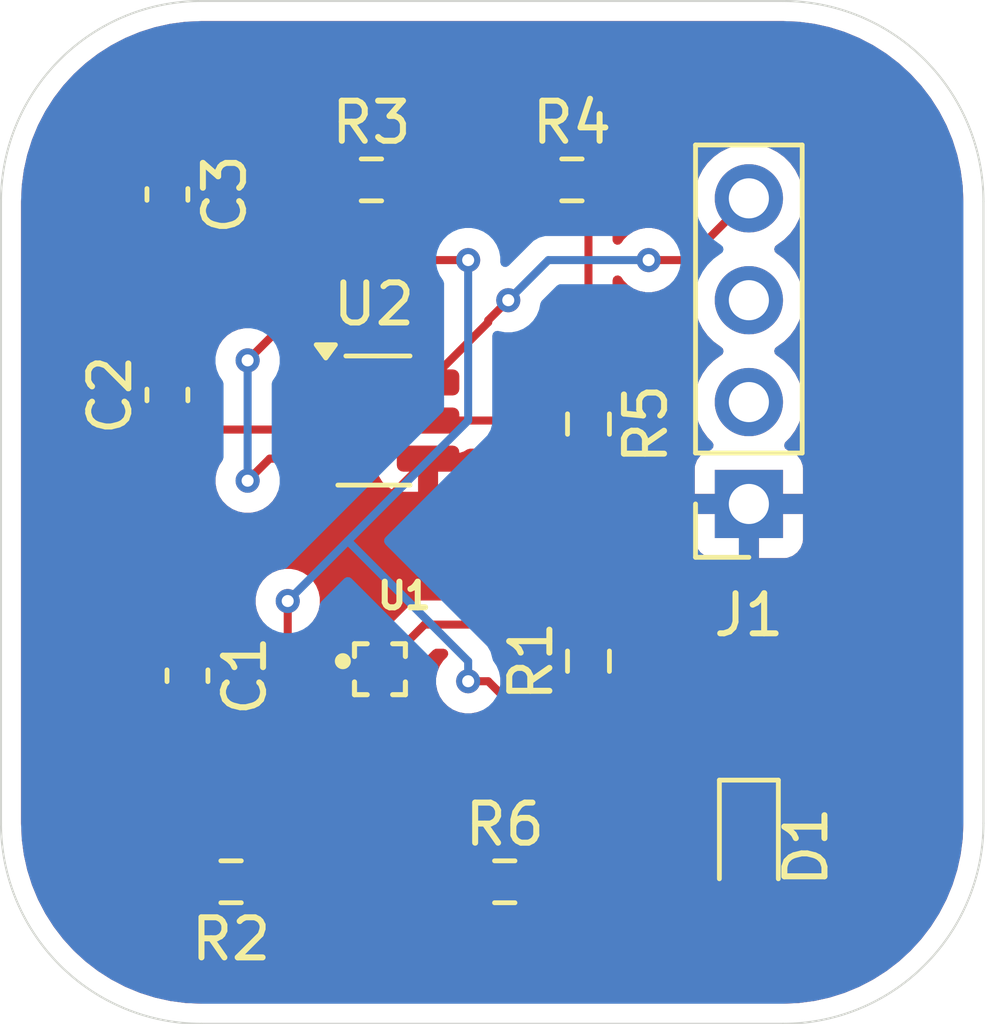
<source format=kicad_pcb>
(kicad_pcb (version 20241229) (generator "pcbnew") (generator_version "9.0")
  (layers (0 "F.Cu" signal) (2 "B.Cu" signal) (13 "F.Paste" user) (15 "B.Paste" user) (5 "F.SilkS" user "F.Silkscreen") (7 "B.SilkS" user "B.Silkscreen") (1 "F.Mask" user) (3 "B.Mask" user) (25 "Edge.Cuts" user))
  (net 0 "")
  (net 1 "+3V3")
  (net 2 "GND")
  (net 3 "VCC")
  (net 4 "Net-(D1-A)")
  (net 7 "Net-(U1-SCL)")
  (net 8 "Net-(U1-SDA)")
  (net 9 "Net-(U2-ERR)")
  (net 10 "Net-(U2-FB)")
  (footprint "Resistor_SMD:R_0603_1608Metric_Pad0.98x0.95mm_HandSolder" (layer "F.Cu") (at 170.5875 61.46)
    (property "Reference" "R3" (at 0 -1.43 0) (layer "F.SilkS"))
    (property "Value" "330k")
    (fp_line (start -0.254724 -0.5225) (end 0.254724 -0.5225) (stroke (width 0.12)) (layer "F.SilkS"))
    (fp_line (start -0.254724 0.5225) (end 0.254724 0.5225) (stroke (width 0.12)) (layer "F.SilkS"))
    (pad "1" smd roundrect (at -0.9125 0) (size 0.975 0.95) (layers "F.Cu" "F.Mask" "F.Paste") (net 9 "Net-(U2-ERR)"))
    (pad "2" smd roundrect (at 0.9125 0) (size 0.975 0.95) (layers "F.Cu" "F.Mask" "F.Paste") (net 1 "+3V3"))
  )
  (footprint "Resistor_SMD:R_0603_1608Metric_Pad0.98x0.95mm_HandSolder" (layer "F.Cu") (at 176 67.5475 -90)
    (property "Reference" "R5" (at 0 -1.43 90) (layer "F.SilkS"))
    (property "Value" "365k")
    (fp_line (start -0.254724 0.5225) (end 0.254724 0.5225) (stroke (width 0.12)) (layer "F.SilkS"))
    (fp_line (start -0.254724 -0.5225) (end 0.254724 -0.5225) (stroke (width 0.12)) (layer "F.SilkS"))
    (pad "1" smd roundrect (at -0.9125 0 270) (size 0.975 0.95) (layers "F.Cu" "F.Mask" "F.Paste") (net 10 "Net-(U2-FB)"))
    (pad "2" smd roundrect (at 0.9125 0 270) (size 0.975 0.95) (layers "F.Cu" "F.Mask" "F.Paste") (net 2 "GND"))
  )
  (footprint "Resistor_SMD:R_0603_1608Metric_Pad0.98x0.95mm_HandSolder" (layer "F.Cu") (at 176 73.46 90)
    (property "Reference" "R1" (at 0 -1.43 90) (layer "F.SilkS"))
    (property "Value" "2.7K")
    (fp_line (start -0.254724 -0.5225) (end 0.254724 -0.5225) (stroke (width 0.12)) (layer "F.SilkS"))
    (fp_line (start -0.254724 0.5225) (end 0.254724 0.5225) (stroke (width 0.12)) (layer "F.SilkS"))
    (pad "1" smd roundrect (at -0.9125 0 90) (size 0.975 0.95) (layers "F.Cu" "F.Mask" "F.Paste") (net 1 "+3V3"))
    (pad "2" smd roundrect (at 0.9125 0 90) (size 0.975 0.95) (layers "F.Cu" "F.Mask" "F.Paste") (net 7 "Net-(U1-SCL)"))
  )
  (footprint "Resistor_SMD:R_0603_1608Metric_Pad0.98x0.95mm_HandSolder" (layer "F.Cu") (at 173.9125 78.96)
    (property "Reference" "R6" (at 0 -1.43 0) (layer "F.SilkS"))
    (property "Value" "220")
    (fp_line (start -0.254724 -0.5225) (end 0.254724 -0.5225) (stroke (width 0.12)) (layer "F.SilkS"))
    (fp_line (start -0.254724 0.5225) (end 0.254724 0.5225) (stroke (width 0.12)) (layer "F.SilkS"))
    (pad "1" smd roundrect (at -0.9125 0) (size 0.975 0.95) (layers "F.Cu" "F.Mask" "F.Paste") (net 1 "+3V3"))
    (pad "2" smd roundrect (at 0.9125 0) (size 0.975 0.95) (layers "F.Cu" "F.Mask" "F.Paste") (net 4 "Net-(D1-A)"))
  )
  (footprint "Capacitor_SMD:C_0603_1608Metric_Pad1.08x0.95mm_HandSolder" (layer "F.Cu") (at 165.5 66.8225 90)
    (property "Reference" "C2" (at 0 -1.43 90) (layer "F.SilkS"))
    (property "Value" "0.47 uF")
    (fp_line (start -0.146267 -0.51) (end 0.146267 -0.51) (stroke (width 0.12)) (layer "F.SilkS"))
    (fp_line (start -0.146267 0.51) (end 0.146267 0.51) (stroke (width 0.12)) (layer "F.SilkS"))
    (pad "1" smd roundrect (at -0.8625 0 90) (size 1.075 0.95) (layers "F.Cu" "F.Mask" "F.Paste") (net 3 "VCC"))
    (pad "2" smd roundrect (at 0.8625 0 90) (size 1.075 0.95) (layers "F.Cu" "F.Mask" "F.Paste") (net 2 "GND"))
  )
  (footprint "Connector_PinSocket_2.54mm:PinSocket_1x04_P2.54mm_Vertical" (layer "F.Cu") (at 180 69.54 180)
    (property "Reference" "J1" (at 0 -2.77 0) (layer "F.SilkS"))
    (property "Value" "Conn_01x04_Pin")
    (fp_line (start 1.33 1.27) (end 1.33 8.95) (stroke (width 0.12)) (layer "F.SilkS"))
    (fp_line (start 1.33 -1.33) (end 1.33 0) (stroke (width 0.12)) (layer "F.SilkS"))
    (fp_line (start 0 -1.33) (end 1.33 -1.33) (stroke (width 0.12)) (layer "F.SilkS"))
    (fp_line (start -1.33 8.95) (end 1.33 8.95) (stroke (width 0.12)) (layer "F.SilkS"))
    (fp_line (start -1.33 1.27) (end 1.33 1.27) (stroke (width 0.12)) (layer "F.SilkS"))
    (fp_line (start -1.33 1.27) (end -1.33 8.95) (stroke (width 0.12)) (layer "F.SilkS"))
    (pad "1" thru_hole rect (at 0 0 180) (size 1.7 1.7) (drill 1) (layers "*.Cu" "*.Mask") (net 2 "GND"))
    (pad "2" thru_hole circle (at 0 2.54 180) (size 1.7 1.7) (drill 1) (layers "*.Cu" "*.Mask"))
    (pad "3" thru_hole circle (at 0 5.08 180) (size 1.7 1.7) (drill 1) (layers "*.Cu" "*.Mask"))
    (pad "4" thru_hole circle (at 0 7.62 180) (size 1.7 1.7) (drill 1) (layers "*.Cu" "*.Mask") (net 3 "VCC"))
  )
  (footprint "Resistor_SMD:R_0603_1608Metric_Pad0.98x0.95mm_HandSolder" (layer "F.Cu") (at 175.5875 61.46)
    (property "Reference" "R4" (at 0 -1.43 0) (layer "F.SilkS"))
    (property "Value" "634k")
    (fp_line (start -0.254724 -0.5225) (end 0.254724 -0.5225) (stroke (width 0.12)) (layer "F.SilkS"))
    (fp_line (start -0.254724 0.5225) (end 0.254724 0.5225) (stroke (width 0.12)) (layer "F.SilkS"))
    (pad "1" smd roundrect (at -0.9125 0) (size 0.975 0.95) (layers "F.Cu" "F.Mask" "F.Paste") (net 1 "+3V3"))
    (pad "2" smd roundrect (at 0.9125 0) (size 0.975 0.95) (layers "F.Cu" "F.Mask" "F.Paste") (net 10 "Net-(U2-FB)"))
  )
  (footprint "LED_SMD:LED_0603_1608Metric_Pad1.05x0.95mm_HandSolder" (layer "F.Cu") (at 180 78.085 -90)
    (property "Reference" "D1" (at 0 -1.43 90) (layer "F.SilkS"))
    (property "Value" "LED")
    (fp_line (start -1.66 0.735) (end 0.8 0.735) (stroke (width 0.12)) (layer "F.SilkS"))
    (fp_line (start -1.66 -0.735) (end -1.66 0.735) (stroke (width 0.12)) (layer "F.SilkS"))
    (fp_line (start 0.8 -0.735) (end -1.66 -0.735) (stroke (width 0.12)) (layer "F.SilkS"))
    (pad "1" smd roundrect (at -0.875 0 270) (size 1.05 0.95) (layers "F.Cu" "F.Mask" "F.Paste") (net 2 "GND"))
    (pad "2" smd roundrect (at 0.875 0 270) (size 1.05 0.95) (layers "F.Cu" "F.Mask" "F.Paste") (net 4 "Net-(D1-A)"))
  )
  (footprint "Resistor_SMD:R_0603_1608Metric_Pad0.98x0.95mm_HandSolder" (layer "F.Cu") (at 167.0875 78.96 180)
    (property "Reference" "R2" (at 0 -1.43 0) (layer "F.SilkS"))
    (property "Value" "2.7K")
    (fp_line (start -0.254724 0.5225) (end 0.254724 0.5225) (stroke (width 0.12)) (layer "F.SilkS"))
    (fp_line (start -0.254724 -0.5225) (end 0.254724 -0.5225) (stroke (width 0.12)) (layer "F.SilkS"))
    (pad "1" smd roundrect (at -0.9125 0 180) (size 0.975 0.95) (layers "F.Cu" "F.Mask" "F.Paste") (net 8 "Net-(U1-SDA)"))
    (pad "2" smd roundrect (at 0.9125 0 180) (size 0.975 0.95) (layers "F.Cu" "F.Mask" "F.Paste") (net 1 "+3V3"))
  )
  (footprint "Capacitor_SMD:C_0603_1608Metric_Pad1.08x0.95mm_HandSolder" (layer "F.Cu") (at 165.5 61.8225 -90)
    (property "Reference" "C3" (at 0 -1.43 90) (layer "F.SilkS"))
    (property "Value" "0.47 uF")
    (fp_line (start -0.146267 0.51) (end 0.146267 0.51) (stroke (width 0.12)) (layer "F.SilkS"))
    (fp_line (start -0.146267 -0.51) (end 0.146267 -0.51) (stroke (width 0.12)) (layer "F.SilkS"))
    (pad "1" smd roundrect (at -0.8625 0 270) (size 1.075 0.95) (layers "F.Cu" "F.Mask" "F.Paste") (net 1 "+3V3"))
    (pad "2" smd roundrect (at 0.8625 0 270) (size 1.075 0.95) (layers "F.Cu" "F.Mask" "F.Paste") (net 2 "GND"))
  )
  (footprint "Package_TO_SOT_SMD:SOT-23-6_Handsoldering" (layer "F.Cu") (at 170.65 67.46)
    (property "Reference" "U2" (at 0 -2.9 0) (layer "F.SilkS"))
    (property "Value" "ADP3331")
    (fp_line (start -0.9 1.61) (end 0.9 1.61) (stroke (width 0.12)) (layer "F.SilkS"))
    (fp_line (start 0.1 -1.61) (end -0.7 -1.61) (stroke (width 0.12)) (layer "F.SilkS"))
    (fp_line (start 0.1 -1.61) (end 0.9 -1.61) (stroke (width 0.12)) (layer "F.SilkS"))
    (fp_poly (pts (xy -1.2 -1.56) (xy -1.44 -1.89) (xy -0.96 -1.89) (xy -1.2 -1.56)) (stroke (width 0.12)) (fill yes) (layer "F.SilkS"))
    (pad "1" smd roundrect (at -1.35 -0.95) (size 1.56 0.65) (layers "F.Cu" "F.Mask" "F.Paste") (net 1 "+3V3"))
    (pad "2" smd roundrect (at -1.35 0) (size 1.56 0.65) (layers "F.Cu" "F.Mask" "F.Paste") (net 3 "VCC"))
    (pad "3" smd roundrect (at -1.35 0.95) (size 1.56 0.65) (layers "F.Cu" "F.Mask" "F.Paste") (net 9 "Net-(U2-ERR)"))
    (pad "4" smd roundrect (at 1.35 0.95) (size 1.56 0.65) (layers "F.Cu" "F.Mask" "F.Paste") (net 2 "GND"))
    (pad "5" smd roundrect (at 1.35 0) (size 1.56 0.65) (layers "F.Cu" "F.Mask" "F.Paste") (net 10 "Net-(U2-FB)"))
    (pad "6" smd roundrect (at 1.35 -0.95) (size 1.56 0.65) (layers "F.Cu" "F.Mask" "F.Paste") (net 3 "VCC"))
  )
  (footprint "Capacitor_SMD:C_0603_1608Metric_Pad1.08x0.95mm_HandSolder" (layer "F.Cu") (at 166 73.8225 -90)
    (property "Reference" "C1" (at 0 -1.43 90) (layer "F.SilkS"))
    (property "Value" "2.2 uF")
    (fp_line (start -0.146267 0.51) (end 0.146267 0.51) (stroke (width 0.12)) (layer "F.SilkS"))
    (fp_line (start -0.146267 -0.51) (end 0.146267 -0.51) (stroke (width 0.12)) (layer "F.SilkS"))
    (pad "1" smd roundrect (at -0.8625 0 270) (size 1.075 0.95) (layers "F.Cu" "F.Mask" "F.Paste") (net 2 "GND"))
    (pad "2" smd roundrect (at 0.8625 0 270) (size 1.075 0.95) (layers "F.Cu" "F.Mask" "F.Paste") (net 1 "+3V3"))
  )
  (footprint "MMC5603NJ:XDCR_MMC5603NJ" (layer "F.Cu") (at 170.8 73.66)
    (property "Reference" "U1" (at 0.607 -1.8314 0) (layer "F.SilkS") (effects (font (size 0.64 0.64))))
    (property "Value" "MMC5603")
    (fp_line (start -0.635 -0.635) (end -0.635 -0.3175) (stroke (width 0.127)) (layer "F.SilkS"))
    (fp_line (start -0.635 -0.635) (end -0.3175 -0.635) (stroke (width 0.127)) (layer "F.SilkS"))
    (fp_line (start -0.635 0.635) (end -0.635 0.3175) (stroke (width 0.127)) (layer "F.SilkS"))
    (fp_line (start -0.635 0.635) (end -0.3175 0.635) (stroke (width 0.127)) (layer "F.SilkS"))
    (fp_line (start 0.635 -0.635) (end 0.3175 -0.635) (stroke (width 0.127)) (layer "F.SilkS"))
    (fp_line (start 0.635 -0.635) (end 0.635 -0.3175) (stroke (width 0.127)) (layer "F.SilkS"))
    (fp_line (start 0.635 0.635) (end 0.3175 0.635) (stroke (width 0.127)) (layer "F.SilkS"))
    (fp_line (start 0.635 0.635) (end 0.635 0.3175) (stroke (width 0.127)) (layer "F.SilkS"))
    (fp_circle (center -0.925 -0.2) (end -0.825 -0.2) (stroke (width 0.2)) (fill no) (layer "F.SilkS"))
    (pad "A1" smd circle (at -0.2 -0.2) (size 0.23 0.23) (layers "F.Cu" "F.Paste") (net 2 "GND"))
    (pad "A2" smd circle (at 0.2 -0.2) (size 0.23 0.23) (layers "F.Cu" "F.Paste") (net 7 "Net-(U1-SCL)"))
    (pad "B1" smd circle (at -0.2 0.2) (size 0.23 0.23) (layers "F.Cu" "F.Paste") (net 1 "+3V3"))
    (pad "B2" smd circle (at 0.2 0.2) (size 0.23 0.23) (layers "F.Cu" "F.Paste") (net 8 "Net-(U1-SDA)"))
  )
  (gr_arc (start 166.35 82.5) (mid 162.814466 81.035534) (end 161.35 77.5) (stroke (width 0.05)) (layer "Edge.Cuts"))
  (gr_line (start 161.35 77.5) (end 161.35 62) (stroke (width 0.05)) (layer "Edge.Cuts"))
  (gr_arc (start 161.35 62) (mid 162.814466 58.464466) (end 166.35 57) (stroke (width 0.05)) (layer "Edge.Cuts"))
  (gr_arc (start 185.85 77.5) (mid 184.385534 81.035534) (end 180.85 82.5) (stroke (width 0.05)) (layer "Edge.Cuts"))
  (gr_line (start 180.85 82.5) (end 166.35 82.5) (stroke (width 0.05)) (layer "Edge.Cuts"))
  (gr_arc (start 180.85 57) (mid 184.385534 58.464466) (end 185.85 62) (stroke (width 0.05)) (layer "Edge.Cuts"))
  (gr_line (start 185.85 62) (end 185.85 77.5) (stroke (width 0.05)) (layer "Edge.Cuts"))
  (gr_line (start 166.35 57) (end 180.85 57) (stroke (width 0.05)) (layer "Edge.Cuts"))
  (segment (start 171.5 64.31) (end 169.3 66.51) (width 0.2) (layer "F.Cu") (net 1))
  (segment (start 165.275 74.685) (end 164.5 75.46) (width 0.2) (layer "F.Cu") (net 1))
  (segment (start 170.5 78.96) (end 173 78.96) (width 0.2) (layer "F.Cu") (net 1))
  (segment (start 165 80.46) (end 169 80.46) (width 0.2) (layer "F.Cu") (net 1))
  (segment (start 168.5 71.96) (end 168.5 74.685) (width 0.2) (layer "F.Cu") (net 1))
  (segment (start 164.5 75.46) (end 164.5 79.96) (width 0.2) (layer "F.Cu") (net 1))
  (segment (start 166 74.685) (end 165.275 74.685) (width 0.2) (layer "F.Cu") (net 1))
  (segment (start 173.9125 74.3725) (end 176 74.3725) (width 0.2) (layer "F.Cu") (net 1))
  (segment (start 171.5 63.46) (end 171.5 64.31) (width 0.2) (layer "F.Cu") (net 1))
  (segment (start 171.5 63.46) (end 173 63.46) (width 0.2) (layer "F.Cu") (net 1))
  (segment (start 168.5 74.685) (end 169.775 74.685) (width 0.2) (layer "F.Cu") (net 1))
  (segment (start 170 59.96) (end 166.5 59.96) (width 0.2) (layer "F.Cu") (net 1))
  (segment (start 171.5 61.46) (end 171.5 63.46) (width 0.2) (layer "F.Cu") (net 1))
  (segment (start 164.5 79.96) (end 165 80.46) (width 0.2) (layer "F.Cu") (net 1))
  (segment (start 173 73.96) (end 173.5 73.96) (width 0.2) (layer "F.Cu") (net 1))
  (segment (start 166 75.46) (end 166.175 75.635) (width 0.2) (layer "F.Cu") (net 1))
  (segment (start 166.175 75.635) (end 166.175 78.96) (width 0.2) (layer "F.Cu") (net 1))
  (segment (start 166 74.685) (end 168.5 74.685) (width 0.2) (layer "F.Cu") (net 1))
  (segment (start 174.675 61.46) (end 171.5 61.46) (width 0.2) (layer "F.Cu") (net 1))
  (segment (start 173.5 73.96) (end 173.9125 74.3725) (width 0.2) (layer "F.Cu") (net 1))
  (segment (start 169.775 74.685) (end 170.584 73.876) (width 0.2) (layer "F.Cu") (net 1))
  (segment (start 166 74.685) (end 166 75.46) (width 0.2) (layer "F.Cu") (net 1))
  (segment (start 169 80.46) (end 170.5 78.96) (width 0.2) (layer "F.Cu") (net 1))
  (segment (start 171.5 61.46) (end 170 59.96) (width 0.2) (layer "F.Cu") (net 1))
  (segment (start 166.5 59.96) (end 165.5 60.96) (width 0.2) (layer "F.Cu") (net 1))
  (via (at 173 63.46) (size 0.6) (drill 0.3) (layers "F.Cu" "B.Cu") (net 1))
  (via (at 168.5 71.96) (size 0.6) (drill 0.3) (layers "F.Cu" "B.Cu") (net 1))
  (via (at 173 73.96) (size 0.6) (drill 0.3) (layers "F.Cu" "B.Cu") (net 1))
  (segment (start 173 67.46) (end 170 70.46) (width 0.2) (layer "B.Cu") (net 1))
  (segment (start 173 63.46) (end 173 67.46) (width 0.2) (layer "B.Cu") (net 1))
  (segment (start 173 73.46) (end 173 73.96) (width 0.2) (layer "B.Cu") (net 1))
  (segment (start 170 70.46) (end 168.5 71.96) (width 0.2) (layer "B.Cu") (net 1))
  (segment (start 170 70.46) (end 173 73.46) (width 0.2) (layer "B.Cu") (net 1))
  (segment (start 170.584 69.826) (end 170.584 73.444) (width 0.2) (layer "F.Cu") (net 2))
  (segment (start 172 68.41) (end 170.584 69.826) (width 0.2) (layer "F.Cu") (net 2))
  (segment (start 165.5 62.685) (end 165.5 65.96) (width 0.2) (layer "F.Cu") (net 2))
  (segment (start 178.46 63.46) (end 177.5 63.46) (width 0.2) (layer "F.Cu") (net 3))
  (segment (start 173.5 64.96) (end 173.5 65.01) (width 0.2) (layer "F.Cu") (net 3))
  (segment (start 173.5 65.01) (end 172 66.51) (width 0.2) (layer "F.Cu") (net 3))
  (segment (start 169.075 67.685) (end 169.3 67.46) (width 0.2) (layer "F.Cu") (net 3))
  (segment (start 174 64.46) (end 173.5 64.96) (width 0.2) (layer "F.Cu") (net 3))
  (segment (start 170.73999 66.51) (end 169.78999 67.46) (width 0.2) (layer "F.Cu") (net 3))
  (segment (start 169.78999 67.46) (end 169.3 67.46) (width 0.2) (layer "F.Cu") (net 3))
  (segment (start 180 61.92) (end 178.46 63.46) (width 0.2) (layer "F.Cu") (net 3))
  (segment (start 172 66.51) (end 170.73999 66.51) (width 0.2) (layer "F.Cu") (net 3))
  (segment (start 165.5 67.685) (end 169.075 67.685) (width 0.2) (layer "F.Cu") (net 3))
  (via (at 174 64.46) (size 0.6) (drill 0.3) (layers "F.Cu" "B.Cu") (net 3))
  (via (at 177.5 63.46) (size 0.6) (drill 0.3) (layers "F.Cu" "B.Cu") (net 3))
  (segment (start 175 63.46) (end 174 64.46) (width 0.2) (layer "B.Cu") (net 3))
  (segment (start 177.5 63.46) (end 175 63.46) (width 0.2) (layer "B.Cu") (net 3))
  (segment (start 174.825 78.96) (end 180 78.96) (width 0.2) (layer "F.Cu") (net 4))
  (segment (start 171.9125 72.5475) (end 171.016 73.444) (width 0.2) (layer "F.Cu") (net 7))
  (segment (start 176 72.5475) (end 171.9125 72.5475) (width 0.2) (layer "F.Cu") (net 7))
  (segment (start 171.016 75.944) (end 171.016 73.876) (width 0.2) (layer "F.Cu") (net 8))
  (segment (start 168 78.96) (end 171.016 75.944) (width 0.2) (layer "F.Cu") (net 8))
  (segment (start 167.5 68.96) (end 168.05 68.41) (width 0.2) (layer "F.Cu") (net 9))
  (segment (start 169.675 61.46) (end 169.675 63.785) (width 0.2) (layer "F.Cu") (net 9))
  (segment (start 168.05 68.41) (end 169.3 68.41) (width 0.2) (layer "F.Cu") (net 9))
  (segment (start 169.675 63.785) (end 167.5 65.96) (width 0.2) (layer "F.Cu") (net 9))
  (via (at 167.5 68.96) (size 0.6) (drill 0.3) (layers "F.Cu" "B.Cu") (net 9))
  (via (at 167.5 65.96) (size 0.6) (drill 0.3) (layers "F.Cu" "B.Cu") (net 9))
  (segment (start 167.5 65.96) (end 167.5 68.96) (width 0.2) (layer "B.Cu") (net 9))
  (segment (start 172 67.46) (end 175.175 67.46) (width 0.2) (layer "F.Cu") (net 10))
  (segment (start 175.175 67.46) (end 176 66.635) (width 0.2) (layer "F.Cu") (net 10))
  (segment (start 176 66.635) (end 176 61.96) (width 0.2) (layer "F.Cu") (net 10))
  (segment (start 176 61.96) (end 176.5 61.46) (width 0.2) (layer "F.Cu") (net 10))
  (zone (net 2) (net_name "GND") (layers "F.Cu" "B.Cu") (connect_pads (clearance 0.5)) (min_thickness 0.25) (fill yes (thermal_gap 0.5) (thermal_bridge_width 0.5))
    (polygon (pts (xy 186 82.5) (xy 186 57) (xy 161.5 57) (xy 161.5 82.5)))
  )
)
</source>
